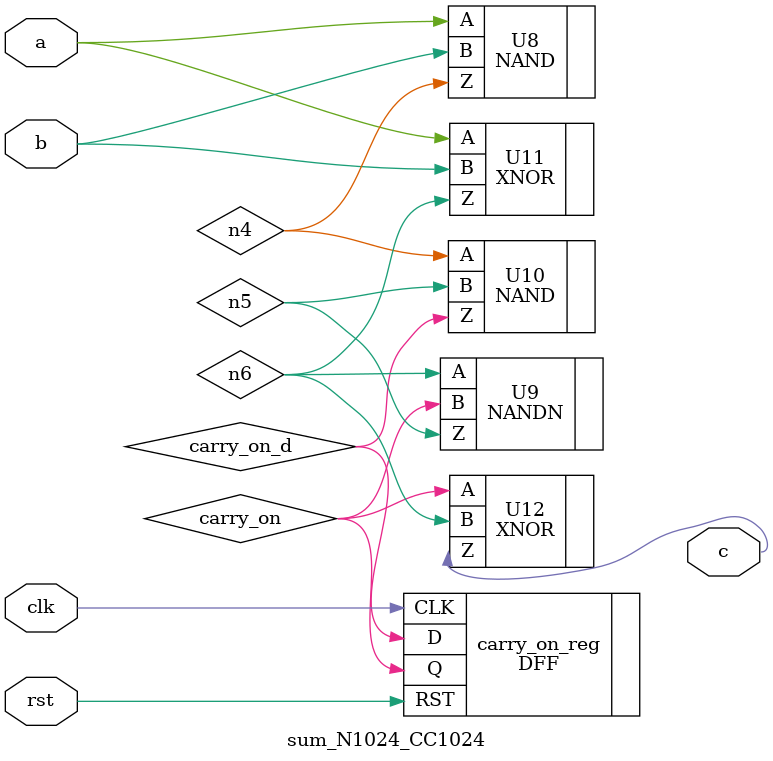
<source format=v>

module sum_N1024_CC1024 ( clk, rst, a, b, c );
  input [0:0] a;
  input [0:0] b;
  output [0:0] c;
  input clk, rst;
  wire   carry_on, carry_on_d, n4, n5, n6;

  DFF carry_on_reg ( .D(carry_on_d), .CLK(clk), .RST(rst), .Q(carry_on) );
  NAND U8 ( .A(a[0]), .B(b[0]), .Z(n4) );
  NANDN U9 ( .A(n6), .B(carry_on), .Z(n5) );
  NAND U10 ( .A(n4), .B(n5), .Z(carry_on_d) );
  XNOR U11 ( .A(a[0]), .B(b[0]), .Z(n6) );
  XNOR U12 ( .A(carry_on), .B(n6), .Z(c[0]) );
endmodule


</source>
